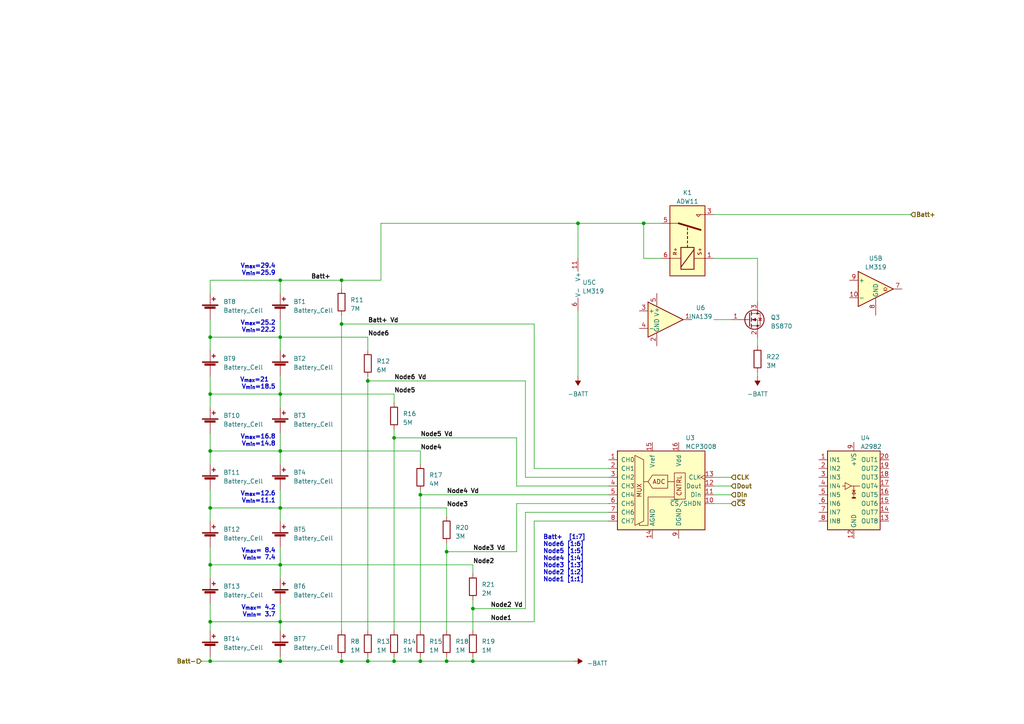
<source format=kicad_sch>
(kicad_sch (version 20230121) (generator eeschema)
  (paper "A4")
  (lib_symbols
    (symbol "Amplifier_Current:INA139" (pin_names (offset 0.127))
      (property "Reference" "U" (at 3.81 5.08 0))
      (property "Value" "INA139" (at 3.81 2.54 0))
      (symbol "INA139_0_1"
        (polyline (pts (xy -5.08 5.08) (xy 5.08 0) (xy -5.08 -5.08) (xy -5.08 5.08)) (stroke (width 0.254)) (fill (type background)))
      )
      (symbol "INA139_1_1"
        (pin output line (at 7.62 0 180) (length 2.54) (name "~") (number "1"))
        (pin power_in line (at -2.54 -7.62 90) (length 3.81) (name "GND") (number "2"))
        (pin input line (at -7.62 2.54 0) (length 2.54) (name "+") (number "3"))
        (pin input line (at -7.62 -2.54 0) (length 2.54) (name "-") (number "4"))
        (pin power_in line (at -2.54 7.62 270) (length 3.81) (name "V+") (number "5"))
      )
    )
    (symbol "Analog_ADC:MCP3008" (pin_names (offset 1.016))
      (property "Reference" "U" (at -5.08 13.335 0))
      (property "Value" "MCP3008" (at -5.08 11.43 0))
      (symbol "MCP3008_0_0"
        (text "ADC" (at -0.635 1.27 0) (effects (font (size 1.27 1.27))))
        (text "CNTRL" (at 5.969 -2.921 900) (effects (font (size 1.27 1.27)) (justify left bottom)))
        (text "MUX" (at -6.35 -1.27 900) (effects (font (size 1.27 1.27))))
      )
      (symbol "MCP3008_0_1"
        (polyline (pts (xy -3.81 1.27) (xy -5.08 1.27)))
        (polyline (pts (xy 1.905 1.27) (xy 3.81 1.27)))
        (polyline (pts (xy -7.62 8.89) (xy -7.62 -11.43) (xy -5.08 -10.16) (xy -5.08 7.62) (xy -7.62 8.89)))
        (polyline (pts (xy 3.81 -3.175) (xy -3.81 -3.175) (xy -3.81 -11.43) (xy -6.35 -11.43) (xy -6.35 -10.795)))
        (polyline (pts (xy 1.905 3.175) (xy 1.905 -0.635) (xy -2.54 -0.635) (xy -3.81 1.27) (xy -2.54 3.175) (xy 1.905 3.175)))
        (rectangle (start 3.81 -3.81) (end 6.985 3.81))
        (rectangle (start 12.7 -12.7) (end -12.7 10.16) (stroke (width 0.254)) (fill (type background)))
      )
      (symbol "MCP3008_1_1"
        (pin input line (at -15.24 7.62 0) (length 2.54) (name "CH0") (number "1"))
        (pin input line (at 15.24 -5.08 180) (length 2.54) (name "~{CS}/SHDN") (number "10"))
        (pin input line (at 15.24 -2.54 180) (length 2.54) (name "Din") (number "11"))
        (pin output line (at 15.24 0 180) (length 2.54) (name "Dout") (number "12"))
        (pin input clock (at 15.24 2.54 180) (length 2.54) (name "CLK") (number "13"))
        (pin power_in line (at -2.54 -15.24 90) (length 2.54) (name "AGND") (number "14"))
        (pin power_in line (at -2.54 12.7 270) (length 2.54) (name "Vref") (number "15"))
        (pin power_in line (at 5.08 12.7 270) (length 2.54) (name "Vdd") (number "16"))
        (pin input line (at -15.24 5.08 0) (length 2.54) (name "CH1") (number "2"))
        (pin input line (at -15.24 2.54 0) (length 2.54) (name "CH2") (number "3"))
        (pin input line (at -15.24 0 0) (length 2.54) (name "CH3") (number "4"))
        (pin input line (at -15.24 -2.54 0) (length 2.54) (name "CH4") (number "5"))
        (pin input line (at -15.24 -5.08 0) (length 2.54) (name "CH5") (number "6"))
        (pin input line (at -15.24 -7.62 0) (length 2.54) (name "CH6") (number "7"))
        (pin input line (at -15.24 -10.16 0) (length 2.54) (name "CH7") (number "8"))
        (pin power_in line (at 5.08 -15.24 90) (length 2.54) (name "DGND") (number "9"))
      )
    )
    (symbol "Comparator:LM319" (pin_names (offset 0.127))
      (property "Reference" "U" (at 0 6.35 0))
      (property "Value" "LM319" (at 0 3.81 0))
      (symbol "LM319_1_1"
        (polyline (pts (xy -5.08 5.08) (xy 5.08 0) (xy -5.08 -5.08) (xy -5.08 5.08) (xy -5.08 5.08)) (stroke (width 0.254)) (fill (type background)))
        (polyline (pts (xy 2.286 -0.508) (xy 2.794 -0.508) (xy 2.286 0) (xy 2.794 0.508) (xy 3.302 0) (xy 2.794 -0.508) (xy 3.302 -0.508)) (stroke (width 0.127)))
        (pin no_connect line (at 0 -2.54 90) (length 2.54) hide (name "NC") (number "1"))
        (pin open_collector line (at 7.62 0 180) (length 2.54) (name "~") (number "12"))
        (pin no_connect line (at 0 2.54 270) (length 2.54) hide (name "NC") (number "2"))
        (pin passive line (at 0 -7.62 90) (length 5.08) (name "GND") (number "3"))
        (pin input line (at -7.62 2.54 0) (length 2.54) (name "+") (number "4"))
        (pin input line (at -7.62 -2.54 0) (length 2.54) (name "-") (number "5"))
      )
      (symbol "LM319_2_1"
        (polyline (pts (xy -5.08 5.08) (xy 5.08 0) (xy -5.08 -5.08) (xy -5.08 5.08) (xy -5.08 5.08)) (stroke (width 0.254)) (fill (type background)))
        (polyline (pts (xy 3.302 -0.508) (xy 2.794 -0.508) (xy 3.302 0) (xy 2.794 0.508) (xy 2.286 0) (xy 2.794 -0.508) (xy 2.286 -0.508)) (stroke (width 0.127)))
        (pin input line (at -7.62 -2.54 0) (length 2.54) (name "-") (number "10"))
        (pin no_connect line (at 0 -2.54 90) (length 2.54) hide (name "NC") (number "13"))
        (pin no_connect line (at 0 2.54 270) (length 2.54) hide (name "NC") (number "14"))
        (pin open_collector line (at 7.62 0 180) (length 2.54) (name "~") (number "7"))
        (pin passive line (at 0 -7.62 90) (length 5.08) (name "GND") (number "8"))
        (pin input line (at -7.62 2.54 0) (length 2.54) (name "+") (number "9"))
      )
      (symbol "LM319_3_1"
        (pin power_in line (at -2.54 7.62 270) (length 3.81) (name "V+") (number "11"))
        (pin power_in line (at -2.54 -7.62 90) (length 3.81) (name "V-") (number "6"))
      )
    )
    (symbol "Device:Battery_Cell" (pin_numbers hide) (pin_names (offset 0) hide)
      (property "Reference" "BT" (at 2.54 2.54 0))
      (property "Value" "Battery_Cell" (at 2.54 0 0))
      (symbol "Battery_Cell_0_1"
        (rectangle (start -2.286 1.778) (end 2.286 1.524) (fill (type outline)))
        (rectangle (start -1.5748 1.1938) (end 1.4732 0.6858) (fill (type outline)))
        (polyline (pts (xy 0 0.762) (xy 0 0)))
        (polyline (pts (xy 0 1.778) (xy 0 2.54)))
        (polyline (pts (xy 0.508 3.429) (xy 1.524 3.429)) (stroke (width 0.254)))
        (polyline (pts (xy 1.016 3.937) (xy 1.016 2.921)) (stroke (width 0.254)))
      )
      (symbol "Battery_Cell_1_1"
        (pin passive line (at 0 5.08 270) (length 2.54) (name "+") (number "1"))
        (pin passive line (at 0 -2.54 90) (length 2.54) (name "-") (number "2"))
      )
    )
    (symbol "Device:R" (pin_numbers hide) (pin_names (offset 0))
      (property "Reference" "R" (at 2.032 0 90))
      (property "Value" "R" (at 0 0 90))
      (symbol "R_0_1"
        (rectangle (start -1.016 -2.54) (end 1.016 2.54) (stroke (width 0.254)))
      )
      (symbol "R_1_1"
        (pin passive line (at 0 3.81 270) (length 1.27) (name "~") (number "1"))
        (pin passive line (at 0 -3.81 90) (length 1.27) (name "~") (number "2"))
      )
    )
    (symbol "Relay:ADW11"
      (property "Reference" "K" (at 11.43 3.81 0))
      (property "Value" "ADW11" (at 13.97 1.27 0))
      (symbol "ADW11_1_1"
        (rectangle (start -10.16 5.08) (end 10.16 -5.08) (stroke (width 0.254)) (fill (type background)))
        (rectangle (start -8.255 1.905) (end -1.905 -1.905) (stroke (width 0.254)))
        (polyline (pts (xy -7.62 -1.905) (xy -2.54 1.905)) (stroke (width 0.254)))
        (polyline (pts (xy -5.08 -5.08) (xy -5.08 -1.905)))
        (polyline (pts (xy -5.08 5.08) (xy -5.08 1.905)))
        (polyline (pts (xy -1.905 0) (xy -1.27 0)) (stroke (width 0.254)))
        (polyline (pts (xy -0.635 0) (xy 0 0)) (stroke (width 0.254)))
        (polyline (pts (xy 0.635 0) (xy 1.27 0)) (stroke (width 0.254)))
        (polyline (pts (xy 0.635 0) (xy 1.27 0)) (stroke (width 0.254)))
        (polyline (pts (xy 1.905 0) (xy 2.54 0)) (stroke (width 0.254)))
        (polyline (pts (xy 3.175 0) (xy 3.81 0)) (stroke (width 0.254)))
        (polyline (pts (xy 5.08 -2.54) (xy 3.175 3.81)) (stroke (width 0.508)))
        (polyline (pts (xy 5.08 -2.54) (xy 5.08 -5.08)))
        (polyline (pts (xy 7.62 3.81) (xy 7.62 5.08)))
        (polyline (pts (xy 7.62 3.81) (xy 7.62 2.54) (xy 6.985 3.175) (xy 7.62 3.81)))
        (text "R+" (at -3.048 -3.556 0) (effects (font (size 1.016 1.016))))
        (text "S+" (at -3.048 3.556 0) (effects (font (size 1.016 1.016))))
        (pin passive line (at -5.08 7.62 270) (length 2.54) (name "~") (number "1"))
        (pin passive line (at 7.62 7.62 270) (length 2.54) (name "~") (number "3"))
        (pin passive line (at 5.08 -7.62 90) (length 2.54) (name "~") (number "5"))
        (pin passive line (at -5.08 -7.62 90) (length 2.54) (name "~") (number "6"))
      )
    )
    (symbol "Transistor_Array:A2982"
      (property "Reference" "U" (at -7.62 11.43 0))
      (property "Value" "A2982" (at 7.62 11.43 0))
      (symbol "A2982_0_1"
        (rectangle (start -7.62 10.16) (end 7.62 -12.7) (stroke (width 0.254)) (fill (type background)))
        (rectangle (start -0.508 -3.302) (end 0.508 -3.556) (fill (type outline)))
        (polyline (pts (xy -1.778 -2.794) (xy -1.778 -2.794)) (stroke (width 0.254)))
        (polyline (pts (xy -1.778 -2.032) (xy -1.778 -2.032)) (stroke (width 0.254)))
        (polyline (pts (xy -1.778 -1.27) (xy -1.778 -1.27)) (stroke (width 0.254)))
        (polyline (pts (xy -1.778 1.27) (xy -1.778 1.27)) (stroke (width 0.254)))
        (polyline (pts (xy -1.778 2.032) (xy -1.778 2.032)) (stroke (width 0.254)))
        (polyline (pts (xy -1.778 2.794) (xy -1.778 2.794)) (stroke (width 0.254)))
        (polyline (pts (xy -0.762 0) (xy 1.778 0)))
        (polyline (pts (xy -0.508 -1.27) (xy 0.508 -1.27)))
        (polyline (pts (xy 0 0) (xy 0 -3.302)))
        (polyline (pts (xy 0 0) (xy 0 0)) (stroke (width 0.508)))
        (polyline (pts (xy 0 -1.27) (xy -0.508 -2.286) (xy 0.508 -2.286) (xy 0 -1.27)))
        (polyline (pts (xy -3.302 0) (xy -2.54 0) (xy -2.54 1.016) (xy -0.762 0) (xy -2.54 -1.016) (xy -2.54 0)))
      )
      (symbol "A2982_1_1"
        (pin input line (at -10.16 7.62 0) (length 2.54) (name "IN1") (number "1"))
        (pin no_connect line (at -2.54 -12.7 90) (length 2.54) hide (name "NC") (number "10"))
        (pin no_connect line (at 2.54 -12.7 90) (length 2.54) hide (name "NC") (number "11"))
        (pin power_in line (at 0 -15.24 90) (length 2.54) (name "GND") (number "12"))
        (pin open_emitter line (at 10.16 -10.16 180) (length 2.54) (name "OUT8") (number "13"))
        (pin open_emitter line (at 10.16 -7.62 180) (length 2.54) (name "OUT7") (number "14"))
        (pin open_emitter line (at 10.16 -5.08 180) (length 2.54) (name "OUT6") (number "15"))
        (pin open_emitter line (at 10.16 -2.54 180) (length 2.54) (name "OUT5") (number "16"))
        (pin open_emitter line (at 10.16 0 180) (length 2.54) (name "OUT4") (number "17"))
        (pin open_emitter line (at 10.16 2.54 180) (length 2.54) (name "OUT3") (number "18"))
        (pin open_emitter line (at 10.16 5.08 180) (length 2.54) (name "OUT2") (number "19"))
        (pin input line (at -10.16 5.08 0) (length 2.54) (name "IN2") (number "2"))
        (pin open_emitter line (at 10.16 7.62 180) (length 2.54) (name "OUT1") (number "20"))
        (pin input line (at -10.16 2.54 0) (length 2.54) (name "IN3") (number "3"))
        (pin input line (at -10.16 0 0) (length 2.54) (name "IN4") (number "4"))
        (pin input line (at -10.16 -2.54 0) (length 2.54) (name "IN5") (number "5"))
        (pin input line (at -10.16 -5.08 0) (length 2.54) (name "IN6") (number "6"))
        (pin input line (at -10.16 -7.62 0) (length 2.54) (name "IN7") (number "7"))
        (pin input line (at -10.16 -10.16 0) (length 2.54) (name "IN8") (number "8"))
        (pin power_in line (at 0 12.7 270) (length 2.54) (name "+VS") (number "9"))
      )
    )
    (symbol "Transistor_FET:BS870" (pin_names hide)
      (property "Reference" "Q" (at 5.08 1.905 0))
      (property "Value" "BS870" (at 5.08 0 0))
      (symbol "BS870_0_1"
        (polyline (pts (xy 0.254 0) (xy -2.54 0)))
        (polyline (pts (xy 0.254 1.905) (xy 0.254 -1.905)) (stroke (width 0.254)))
        (polyline (pts (xy 0.762 -1.27) (xy 0.762 -2.286)) (stroke (width 0.254)))
        (polyline (pts (xy 0.762 0.508) (xy 0.762 -0.508)) (stroke (width 0.254)))
        (polyline (pts (xy 0.762 2.286) (xy 0.762 1.27)) (stroke (width 0.254)))
        (polyline (pts (xy 2.54 2.54) (xy 2.54 1.778)))
        (polyline (pts (xy 2.54 -2.54) (xy 2.54 0) (xy 0.762 0)))
        (polyline (pts (xy 0.762 -1.778) (xy 3.302 -1.778) (xy 3.302 1.778) (xy 0.762 1.778)))
        (polyline (pts (xy 1.016 0) (xy 2.032 0.381) (xy 2.032 -0.381) (xy 1.016 0)) (fill (type outline)))
        (polyline (pts (xy 2.794 0.508) (xy 2.921 0.381) (xy 3.683 0.381) (xy 3.81 0.254)))
        (polyline (pts (xy 3.302 0.381) (xy 2.921 -0.254) (xy 3.683 -0.254) (xy 3.302 0.381)))
        (circle (center 1.651 0) (radius 2.794) (stroke (width 0.254)))
        (circle (center 2.54 -1.778) (radius 0.254) (fill (type outline)))
        (circle (center 2.54 1.778) (radius 0.254) (fill (type outline)))
      )
      (symbol "BS870_1_1"
        (pin input line (at -5.08 0 0) (length 2.54) (name "G") (number "1"))
        (pin passive line (at 2.54 -5.08 90) (length 2.54) (name "S") (number "2"))
        (pin passive line (at 2.54 5.08 270) (length 2.54) (name "D") (number "3"))
      )
    )
    (symbol "power:-BATT" (power) (pin_names (offset 0))
      (property "Value" "-BATT" (at 0 3.556 0))
      (symbol "-BATT_0_1"
        (polyline (pts (xy 0 0) (xy 0 2.54)))
        (polyline (pts (xy 0.762 1.27) (xy -0.762 1.27) (xy 0 2.54) (xy 0.762 1.27)) (fill (type outline)))
      )
      (symbol "-BATT_1_1"
        (pin power_in line (at 0 0 90) (length 0) hide (name "-BATT") (number "1"))
      )
    )
  )
  (junction (at 137.16 191.77))
  (junction (at 60.96 114.3))
  (junction (at 60.96 130.81))
  (junction (at 81.28 81.28))
  (junction (at 114.3 127))
  (junction (at 186.69 64.77))
  (junction (at 81.28 191.77))
  (junction (at 99.06 81.28))
  (junction (at 99.06 93.98))
  (junction (at 129.54 191.77))
  (junction (at 121.92 143.51))
  (junction (at 60.96 191.77))
  (junction (at 129.54 160.02))
  (junction (at 106.68 110.49))
  (junction (at 167.64 64.77))
  (junction (at 60.96 163.83))
  (junction (at 60.96 180.34))
  (junction (at 121.92 191.77))
  (junction (at 81.28 130.81))
  (junction (at 60.96 97.79))
  (junction (at 81.28 147.32))
  (junction (at 81.28 114.3))
  (junction (at 99.06 191.77))
  (junction (at 81.28 97.79))
  (junction (at 81.28 163.83))
  (junction (at 137.16 176.53))
  (junction (at 114.3 191.77))
  (junction (at 60.96 147.32))
  (junction (at 106.68 191.77))
  (junction (at 81.28 180.34))
  (wire (pts (xy 152.4 148.59) (xy 176.53 148.59)))
  (wire (pts (xy 207.01 138.43) (xy 212.09 138.43)))
  (wire (pts (xy 60.96 147.32) (xy 60.96 151.13)))
  (wire (pts (xy 121.92 143.51) (xy 176.53 143.51)))
  (wire (pts (xy 129.54 191.77) (xy 137.16 191.77)))
  (wire (pts (xy 60.96 180.34) (xy 60.96 182.88)))
  (wire (pts (xy 137.16 191.77) (xy 166.37 191.77)))
  (wire (pts (xy 114.3 190.5) (xy 114.3 191.77)))
  (wire (pts (xy 60.96 158.75) (xy 60.96 163.83)))
  (wire (pts (xy 99.06 93.98) (xy 154.94 93.98)))
  (wire (pts (xy 137.16 190.5) (xy 137.16 191.77)))
  (wire (pts (xy 114.3 124.46) (xy 114.3 127)))
  (wire (pts (xy 60.96 163.83) (xy 81.28 163.83)))
  (wire (pts (xy 81.28 142.24) (xy 81.28 147.32)))
  (wire (pts (xy 149.86 146.05) (xy 149.86 160.02)))
  (wire (pts (xy 106.68 110.49) (xy 152.4 110.49)))
  (wire (pts (xy 219.71 87.63) (xy 219.71 74.93)))
  (wire (pts (xy 129.54 157.48) (xy 129.54 160.02)))
  (wire (pts (xy 154.94 93.98) (xy 154.94 135.89)))
  (wire (pts (xy 121.92 143.51) (xy 121.92 182.88)))
  (wire (pts (xy 81.28 147.32) (xy 60.96 147.32)))
  (wire (pts (xy 81.28 163.83) (xy 137.16 163.83)))
  (wire (pts (xy 167.64 90.17) (xy 167.64 109.22)))
  (wire (pts (xy 81.28 147.32) (xy 81.28 151.13)))
  (wire (pts (xy 81.28 97.79) (xy 81.28 101.6)))
  (wire (pts (xy 186.69 64.77) (xy 186.69 74.93)))
  (wire (pts (xy 106.68 191.77) (xy 114.3 191.77)))
  (wire (pts (xy 81.28 81.28) (xy 60.96 81.28)))
  (wire (pts (xy 106.68 190.5) (xy 106.68 191.77)))
  (wire (pts (xy 121.92 190.5) (xy 121.92 191.77)))
  (wire (pts (xy 99.06 191.77) (xy 106.68 191.77)))
  (wire (pts (xy 81.28 147.32) (xy 129.54 147.32)))
  (wire (pts (xy 60.96 97.79) (xy 81.28 97.79)))
  (wire (pts (xy 58.42 191.77) (xy 60.96 191.77)))
  (wire (pts (xy 60.96 142.24) (xy 60.96 147.32)))
  (wire (pts (xy 99.06 190.5) (xy 99.06 191.77)))
  (wire (pts (xy 137.16 176.53) (xy 152.4 176.53)))
  (wire (pts (xy 60.96 109.22) (xy 60.96 114.3)))
  (wire (pts (xy 110.49 64.77) (xy 167.64 64.77)))
  (wire (pts (xy 81.28 81.28) (xy 81.28 85.09)))
  (wire (pts (xy 60.96 163.83) (xy 60.96 167.64)))
  (wire (pts (xy 207.01 143.51) (xy 212.09 143.51)))
  (wire (pts (xy 106.68 109.22) (xy 106.68 110.49)))
  (wire (pts (xy 99.06 93.98) (xy 99.06 182.88)))
  (wire (pts (xy 99.06 81.28) (xy 81.28 81.28)))
  (wire (pts (xy 114.3 127) (xy 149.86 127)))
  (wire (pts (xy 81.28 130.81) (xy 121.92 130.81)))
  (wire (pts (xy 81.28 97.79) (xy 106.68 97.79)))
  (wire (pts (xy 60.96 125.73) (xy 60.96 130.81)))
  (wire (pts (xy 154.94 180.34) (xy 154.94 151.13)))
  (wire (pts (xy 99.06 91.44) (xy 99.06 93.98)))
  (wire (pts (xy 81.28 180.34) (xy 154.94 180.34)))
  (wire (pts (xy 137.16 163.83) (xy 137.16 166.37)))
  (wire (pts (xy 129.54 190.5) (xy 129.54 191.77)))
  (wire (pts (xy 60.96 114.3) (xy 81.28 114.3)))
  (wire (pts (xy 110.49 64.77) (xy 110.49 81.28)))
  (wire (pts (xy 81.28 180.34) (xy 81.28 182.88)))
  (wire (pts (xy 60.96 97.79) (xy 60.96 101.6)))
  (wire (pts (xy 152.4 148.59) (xy 152.4 176.53)))
  (wire (pts (xy 106.68 110.49) (xy 106.68 182.88)))
  (wire (pts (xy 106.68 97.79) (xy 106.68 101.6)))
  (wire (pts (xy 129.54 160.02) (xy 129.54 182.88)))
  (wire (pts (xy 60.96 114.3) (xy 60.96 118.11)))
  (wire (pts (xy 137.16 173.99) (xy 137.16 176.53)))
  (wire (pts (xy 60.96 191.77) (xy 81.28 191.77)))
  (wire (pts (xy 154.94 135.89) (xy 176.53 135.89)))
  (wire (pts (xy 219.71 97.79) (xy 219.71 100.33)))
  (wire (pts (xy 137.16 176.53) (xy 137.16 182.88)))
  (wire (pts (xy 207.01 62.23) (xy 264.16 62.23)))
  (wire (pts (xy 152.4 138.43) (xy 152.4 110.49)))
  (wire (pts (xy 121.92 191.77) (xy 129.54 191.77)))
  (wire (pts (xy 129.54 160.02) (xy 149.86 160.02)))
  (wire (pts (xy 81.28 158.75) (xy 81.28 163.83)))
  (wire (pts (xy 207.01 140.97) (xy 212.09 140.97)))
  (wire (pts (xy 110.49 81.28) (xy 99.06 81.28)))
  (wire (pts (xy 60.96 180.34) (xy 81.28 180.34)))
  (wire (pts (xy 60.96 81.28) (xy 60.96 85.09)))
  (wire (pts (xy 60.96 175.26) (xy 60.96 180.34)))
  (wire (pts (xy 81.28 92.71) (xy 81.28 97.79)))
  (wire (pts (xy 149.86 127) (xy 149.86 140.97)))
  (wire (pts (xy 81.28 125.73) (xy 81.28 130.81)))
  (wire (pts (xy 129.54 147.32) (xy 129.54 149.86)))
  (wire (pts (xy 81.28 191.77) (xy 99.06 191.77)))
  (wire (pts (xy 81.28 163.83) (xy 81.28 167.64)))
  (wire (pts (xy 154.94 151.13) (xy 176.53 151.13)))
  (wire (pts (xy 149.86 140.97) (xy 176.53 140.97)))
  (wire (pts (xy 207.01 92.71) (xy 212.09 92.71)))
  (wire (pts (xy 60.96 130.81) (xy 60.96 134.62)))
  (wire (pts (xy 114.3 127) (xy 114.3 182.88)))
  (wire (pts (xy 219.71 107.95) (xy 219.71 109.22)))
  (wire (pts (xy 167.64 64.77) (xy 186.69 64.77)))
  (wire (pts (xy 207.01 146.05) (xy 212.09 146.05)))
  (wire (pts (xy 60.96 92.71) (xy 60.96 97.79)))
  (wire (pts (xy 81.28 114.3) (xy 114.3 114.3)))
  (wire (pts (xy 60.96 130.81) (xy 81.28 130.81)))
  (wire (pts (xy 149.86 146.05) (xy 176.53 146.05)))
  (wire (pts (xy 81.28 190.5) (xy 81.28 191.77)))
  (wire (pts (xy 207.01 74.93) (xy 219.71 74.93)))
  (wire (pts (xy 114.3 116.84) (xy 114.3 114.3)))
  (wire (pts (xy 81.28 109.22) (xy 81.28 114.3)))
  (wire (pts (xy 167.64 64.77) (xy 167.64 74.93)))
  (wire (pts (xy 121.92 130.81) (xy 121.92 134.62)))
  (wire (pts (xy 186.69 64.77) (xy 191.77 64.77)))
  (wire (pts (xy 176.53 138.43) (xy 152.4 138.43)))
  (wire (pts (xy 60.96 190.5) (xy 60.96 191.77)))
  (wire (pts (xy 114.3 191.77) (xy 121.92 191.77)))
  (wire (pts (xy 191.77 74.93) (xy 186.69 74.93)))
  (wire (pts (xy 99.06 81.28) (xy 99.06 83.82)))
  (wire (pts (xy 81.28 114.3) (xy 81.28 118.11)))
  (wire (pts (xy 121.92 142.24) (xy 121.92 143.51)))
  (wire (pts (xy 81.28 130.81) (xy 81.28 134.62)))
  (wire (pts (xy 81.28 175.26) (xy 81.28 180.34)))
  (text "V_{max}=12.6\nV_{min}=11.1" (at 80.01 146.05 0) (effects (font (size 1.27 1.27) bold) (justify right bottom)))
  (text "V_{max}= 4.2\nV_{min}= 3.7" (at 80.01 179.07 0) (effects (font (size 1.27 1.27) bold) (justify right bottom)))
  (text "Batt+  [1:7]\nNode6 [1:6]\nNode5 [1:5]\nNode4 [1:4]\nNode3 [1:3]\nNode2 [1:2]\nNode1 [1:1]" (at 157.48 168.91 0) (effects (font (size 1.27 1.27) bold) (justify left bottom)))
  (text "V_{max}=25.2\nV_{min}=22.2" (at 80.01 96.52 0) (effects (font (size 1.27 1.27) bold) (justify right bottom)))
  (text "V_{max}=16.8\nV_{min}=14.8\n" (at 80.01 129.54 0) (effects (font (size 1.27 1.27) bold) (justify right bottom)))
  (text "V_{max}=29.4\nV_{min}=25.9" (at 80.01 80.01 0) (effects (font (size 1.27 1.27) bold) (justify right bottom)))
  (text "V_{max}= 8.4\nV_{min}= 7.4" (at 80.01 162.56 0) (effects (font (size 1.27 1.27) bold) (justify right bottom)))
  (text "V_{max}=21  \nV_{min}=18.5" (at 80.01 113.03 0) (effects (font (size 1.27 1.27) bold) (justify right bottom)))
  (label "Node5 Vd" (at 121.92 127 0) (effects (font bold)))
  (label "Node1" (at 142.24 180.34 0) (effects (font bold)))
  (label "Node3 Vd" (at 137.16 160.02 0) (effects (font bold)))
  (label "Batt+ Vd" (at 106.68 93.98 0) (effects (font bold)))
  (label "Node3" (at 129.54 147.32 0) (effects (font bold)))
  (label "Node2" (at 137.16 163.83 0) (effects (font bold)))
  (label "Node4" (at 121.92 130.81 0) (effects (font bold)))
  (label "Node4 Vd" (at 129.54 143.51 0) (effects (font bold)))
  (label "Node6 Vd" (at 114.3 110.49 0) (effects (font bold)))
  (label "Node5" (at 114.3 114.3 0) (effects (font bold)))
  (label "Node6" (at 106.68 97.79 0) (effects (font bold)))
  (label "Node2 Vd" (at 142.24 176.53 0) (effects (font bold)))
  (label "Batt+" (at 90.17 81.28 0) (effects (font bold)))
  (hierarchical_label "~{CS}" (shape input) (at 212.09 146.05 0) (effects (font bold)))
  (hierarchical_label "Batt+" (shape input) (at 264.16 62.23 0) (effects (font bold)))
  (hierarchical_label "Batt-" (shape input) (at 58.42 191.77 180) (effects (font bold)))
  (hierarchical_label "Din" (shape input) (at 212.09 143.51 0) (effects (font bold)))
  (hierarchical_label "Dout" (shape input) (at 212.09 140.97 0) (effects (font bold)))
  (hierarchical_label "CLK" (shape input) (at 212.09 138.43 0) (effects (font bold)))
  (symbol (lib_id "Device:R") (at 106.68 105.41 0) (unit 1)
    (property "Reference" "R12" (at 109.22 104.775 0) (effects (justify left)))
    (property "Value" "6M" (at 109.22 107.315 0) (effects (justify left)))
  )
  (symbol (lib_id "Device:Battery_Cell") (at 81.28 90.17 0) (unit 1)
    (property "Reference" "BT1" (at 85.09 87.503 0) (effects (justify left)))
    (property "Value" "Battery_Cell" (at 85.09 90.043 0) (effects (justify left)))
  )
  (symbol (lib_id "Device:Battery_Cell") (at 60.96 123.19 0) (unit 1)
    (property "Reference" "BT10" (at 64.77 120.523 0) (effects (justify left)))
    (property "Value" "Battery_Cell" (at 64.77 123.063 0) (effects (justify left)))
  )
  (symbol (lib_id "Device:Battery_Cell") (at 81.28 139.7 0) (unit 1)
    (property "Reference" "BT4" (at 85.09 137.033 0) (effects (justify left)))
    (property "Value" "Battery_Cell" (at 85.09 139.573 0) (effects (justify left)))
  )
  (symbol (lib_id "Transistor_FET:BS870") (at 217.17 92.71 0) (unit 1)
    (property "Reference" "Q3" (at 223.52 92.075 0) (effects (justify left)))
    (property "Value" "BS870" (at 223.52 94.615 0) (effects (justify left)))
    (property "Footprint" "Package_TO_SOT_SMD:SOT-23" (effects hide))
    (property "Datasheet" "http://www.diodes.com/assets/Datasheets/ds11302.pdf" (effects hide))
  )
  (symbol (lib_id "Device:R") (at 99.06 186.69 0) (unit 1)
    (property "Reference" "R8" (at 101.6 186.055 0) (effects (justify left)))
    (property "Value" "1M" (at 101.6 188.595 0) (effects (justify left)))
  )
  (symbol (lib_id "power:-BATT") (at 167.64 109.22 180) (unit 1)
    (property "Reference" "#PWR014" (effects hide))
    (property "Value" "-BATT" (at 167.64 114.3 0))
  )
  (symbol (lib_id "power:-BATT") (at 166.37 191.77 270) (unit 1)
    (property "Reference" "#PWR06" (effects hide))
    (property "Value" "-BATT" (at 170.18 192.405 90) (effects (justify left)))
  )
  (symbol (lib_id "Amplifier_Current:INA139") (at 193.04 92.71 0) (unit 1)
    (property "Reference" "U6" (at 203.2 89.2811 0))
    (property "Value" "INA139" (at 203.2 91.8211 0))
    (property "Footprint" "Package_TO_SOT_SMD:SOT-23-5" (effects hide))
    (property "Datasheet" "http://www.ti.com/lit/ds/symlink/ina169.pdf" (effects hide))
  )
  (symbol (lib_id "Device:R") (at 121.92 186.69 0) (unit 1)
    (property "Reference" "R15" (at 124.46 186.055 0) (effects (justify left)))
    (property "Value" "1M" (at 124.46 188.595 0) (effects (justify left)))
  )
  (symbol (lib_id "Device:Battery_Cell") (at 81.28 172.72 0) (unit 1)
    (property "Reference" "BT6" (at 85.09 170.053 0) (effects (justify left)))
    (property "Value" "Battery_Cell" (at 85.09 172.593 0) (effects (justify left)))
  )
  (symbol (lib_id "Device:R") (at 129.54 153.67 0) (unit 1)
    (property "Reference" "R20" (at 132.08 153.035 0) (effects (justify left)))
    (property "Value" "3M" (at 132.08 155.575 0) (effects (justify left)))
  )
  (symbol (lib_id "Device:R") (at 137.16 170.18 0) (unit 1)
    (property "Reference" "R21" (at 139.7 169.545 0) (effects (justify left)))
    (property "Value" "2M" (at 139.7 172.085 0) (effects (justify left)))
  )
  (symbol (lib_id "Comparator:LM319") (at 170.18 82.55 0) (unit 3)
    (property "Reference" "U5" (at 168.91 81.915 0) (effects (justify left)))
    (property "Value" "LM319" (at 168.91 84.455 0) (effects (justify left)))
    (property "Datasheet" "http://www.ti.com/lit/ds/symlink/lm319-n.pdf" (effects hide))
  )
  (symbol (lib_id "Device:Battery_Cell") (at 60.96 139.7 0) (unit 1)
    (property "Reference" "BT11" (at 64.77 137.033 0) (effects (justify left)))
    (property "Value" "Battery_Cell" (at 64.77 139.573 0) (effects (justify left)))
  )
  (symbol (lib_id "Device:Battery_Cell") (at 81.28 123.19 0) (unit 1)
    (property "Reference" "BT3" (at 85.09 120.523 0) (effects (justify left)))
    (property "Value" "Battery_Cell" (at 85.09 123.063 0) (effects (justify left)))
  )
  (symbol (lib_id "Device:R") (at 121.92 138.43 0) (unit 1)
    (property "Reference" "R17" (at 124.46 137.795 0) (effects (justify left)))
    (property "Value" "4M" (at 124.46 140.335 0) (effects (justify left)))
  )
  (symbol (lib_id "Comparator:LM319") (at 254 83.82 0) (unit 2)
    (property "Reference" "U5" (at 254 74.93 0))
    (property "Value" "LM319" (at 254 77.47 0))
    (property "Datasheet" "http://www.ti.com/lit/ds/symlink/lm319-n.pdf" (effects hide))
  )
  (symbol (lib_id "Relay:ADW11") (at 199.39 69.85 270) (mirror x) (unit 1)
    (property "Reference" "K1" (at 199.39 55.88 90))
    (property "Value" "ADW11" (at 199.39 58.42 90))
    (property "Footprint" "Relay_THT:Relay_1P1T_NO_10x24x18.8mm_Panasonic_ADW11xxxxW_THT" (effects hide))
    (property "Datasheet" "https://www.panasonic-electric-works.com/pew/es/downloads/ds_dw_hl_en.pdf" (effects hide))
  )
  (symbol (lib_id "Device:R") (at 114.3 186.69 0) (unit 1)
    (property "Reference" "R14" (at 116.84 186.055 0) (effects (justify left)))
    (property "Value" "1M" (at 116.84 188.595 0) (effects (justify left)))
  )
  (symbol (lib_id "Device:Battery_Cell") (at 81.28 106.68 0) (unit 1)
    (property "Reference" "BT2" (at 85.09 104.013 0) (effects (justify left)))
    (property "Value" "Battery_Cell" (at 85.09 106.553 0) (effects (justify left)))
  )
  (symbol (lib_id "power:-BATT") (at 219.71 109.22 180) (unit 1)
    (property "Reference" "#PWR013" (effects hide))
    (property "Value" "-BATT" (at 219.71 114.3 0))
  )
  (symbol (lib_id "Device:Battery_Cell") (at 60.96 172.72 0) (unit 1)
    (property "Reference" "BT13" (at 64.77 170.053 0) (effects (justify left)))
    (property "Value" "Battery_Cell" (at 64.77 172.593 0) (effects (justify left)))
  )
  (symbol (lib_id "Device:Battery_Cell") (at 81.28 187.96 0) (unit 1)
    (property "Reference" "BT7" (at 85.09 185.293 0) (effects (justify left)))
    (property "Value" "Battery_Cell" (at 85.09 187.833 0) (effects (justify left)))
  )
  (symbol (lib_id "Device:Battery_Cell") (at 60.96 90.17 0) (unit 1)
    (property "Reference" "BT8" (at 64.77 87.503 0) (effects (justify left)))
    (property "Value" "Battery_Cell" (at 64.77 90.043 0) (effects (justify left)))
  )
  (symbol (lib_id "Device:R") (at 219.71 104.14 0) (unit 1)
    (property "Reference" "R22" (at 222.25 103.505 0) (effects (justify left)))
    (property "Value" "3M" (at 222.25 106.045 0) (effects (justify left)))
  )
  (symbol (lib_id "Analog_ADC:MCP3008") (at 191.77 140.97 0) (unit 1)
    (property "Reference" "U3" (at 198.8059 127 0) (effects (justify left)))
    (property "Value" "MCP3008" (at 198.8059 129.54 0) (effects (justify left)))
    (property "Datasheet" "http://ww1.microchip.com/downloads/en/DeviceDoc/21295d.pdf" (effects hide))
  )
  (symbol (lib_id "Transistor_Array:A2982") (at 247.65 140.97 0) (unit 1)
    (property "Reference" "U4" (at 249.6059 127 0) (effects (justify left)))
    (property "Value" "A2982" (at 249.6059 129.54 0) (effects (justify left)))
    (property "Footprint" "Package_SO:SOIC-20W_7.5x12.8mm_P1.27mm" (effects hide))
    (property "Datasheet" "https://www.allegromicro.com/~/media/Files/Datasheets/A2981-2-Datasheet.ashx" (effects hide))
  )
  (symbol (lib_id "Device:R") (at 129.54 186.69 0) (unit 1)
    (property "Reference" "R18" (at 132.08 186.055 0) (effects (justify left)))
    (property "Value" "1M" (at 132.08 188.595 0) (effects (justify left)))
  )
  (symbol (lib_id "Device:Battery_Cell") (at 81.28 156.21 0) (unit 1)
    (property "Reference" "BT5" (at 85.09 153.543 0) (effects (justify left)))
    (property "Value" "Battery_Cell" (at 85.09 156.083 0) (effects (justify left)))
  )
  (symbol (lib_id "Device:R") (at 99.06 87.63 0) (unit 1)
    (property "Reference" "R11" (at 101.6 86.995 0) (effects (justify left)))
    (property "Value" "7M" (at 101.6 89.535 0) (effects (justify left)))
  )
  (symbol (lib_id "Device:R") (at 114.3 120.65 0) (unit 1)
    (property "Reference" "R16" (at 116.84 120.015 0) (effects (justify left)))
    (property "Value" "5M" (at 116.84 122.555 0) (effects (justify left)))
  )
  (symbol (lib_id "Device:Battery_Cell") (at 60.96 187.96 0) (unit 1)
    (property "Reference" "BT14" (at 64.77 185.293 0) (effects (justify left)))
    (property "Value" "Battery_Cell" (at 64.77 187.833 0) (effects (justify left)))
  )
  (symbol (lib_id "Device:Battery_Cell") (at 60.96 106.68 0) (unit 1)
    (property "Reference" "BT9" (at 64.77 104.013 0) (effects (justify left)))
    (property "Value" "Battery_Cell" (at 64.77 106.553 0) (effects (justify left)))
  )
  (symbol (lib_id "Device:R") (at 106.68 186.69 0) (unit 1)
    (property "Reference" "R13" (at 109.22 186.055 0) (effects (justify left)))
    (property "Value" "1M" (at 109.22 188.595 0) (effects (justify left)))
  )
  (symbol (lib_id "Device:R") (at 137.16 186.69 0) (unit 1)
    (property "Reference" "R19" (at 139.7 186.055 0) (effects (justify left)))
    (property "Value" "1M" (at 139.7 188.595 0) (effects (justify left)))
  )
  (symbol (lib_id "Device:Battery_Cell") (at 60.96 156.21 0) (unit 1)
    (property "Reference" "BT12" (at 64.77 153.543 0) (effects (justify left)))
    (property "Value" "Battery_Cell" (at 64.77 156.083 0) (effects (justify left)))
  )
)
</source>
